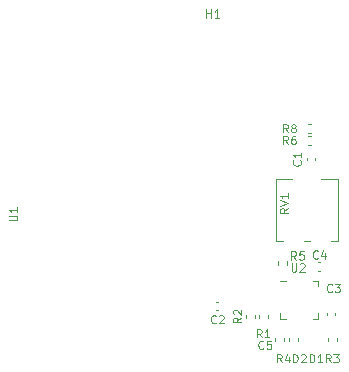
<source format=gto>
%TF.GenerationSoftware,KiCad,Pcbnew,6.0.11-3.fc37*%
%TF.CreationDate,2023-03-29T00:48:19+01:00*%
%TF.ProjectId,nRF,6e52462e-6b69-4636-9164-5f7063625858,1*%
%TF.SameCoordinates,Original*%
%TF.FileFunction,Legend,Top*%
%TF.FilePolarity,Positive*%
%FSLAX46Y46*%
G04 Gerber Fmt 4.6, Leading zero omitted, Abs format (unit mm)*
G04 Created by KiCad (PCBNEW 6.0.11-3.fc37) date 2023-03-29 00:48:19*
%MOMM*%
%LPD*%
G01*
G04 APERTURE LIST*
%ADD10C,0.120000*%
%ADD11C,0.100000*%
G04 APERTURE END LIST*
D10*
%TO.C,R5*%
X41848333Y-35631666D02*
X41615000Y-35298333D01*
X41448333Y-35631666D02*
X41448333Y-34931666D01*
X41715000Y-34931666D01*
X41781666Y-34965000D01*
X41815000Y-34998333D01*
X41848333Y-35065000D01*
X41848333Y-35165000D01*
X41815000Y-35231666D01*
X41781666Y-35265000D01*
X41715000Y-35298333D01*
X41448333Y-35298333D01*
X42481666Y-34931666D02*
X42148333Y-34931666D01*
X42115000Y-35265000D01*
X42148333Y-35231666D01*
X42215000Y-35198333D01*
X42381666Y-35198333D01*
X42448333Y-35231666D01*
X42481666Y-35265000D01*
X42515000Y-35331666D01*
X42515000Y-35498333D01*
X42481666Y-35565000D01*
X42448333Y-35598333D01*
X42381666Y-35631666D01*
X42215000Y-35631666D01*
X42148333Y-35598333D01*
X42115000Y-35565000D01*
%TO.C,R3*%
X44778333Y-44341666D02*
X44545000Y-44008333D01*
X44378333Y-44341666D02*
X44378333Y-43641666D01*
X44645000Y-43641666D01*
X44711666Y-43675000D01*
X44745000Y-43708333D01*
X44778333Y-43775000D01*
X44778333Y-43875000D01*
X44745000Y-43941666D01*
X44711666Y-43975000D01*
X44645000Y-44008333D01*
X44378333Y-44008333D01*
X45011666Y-43641666D02*
X45445000Y-43641666D01*
X45211666Y-43908333D01*
X45311666Y-43908333D01*
X45378333Y-43941666D01*
X45411666Y-43975000D01*
X45445000Y-44041666D01*
X45445000Y-44208333D01*
X45411666Y-44275000D01*
X45378333Y-44308333D01*
X45311666Y-44341666D01*
X45111666Y-44341666D01*
X45045000Y-44308333D01*
X45011666Y-44275000D01*
%TO.C,R2*%
X37216666Y-40541666D02*
X36883333Y-40775000D01*
X37216666Y-40941666D02*
X36516666Y-40941666D01*
X36516666Y-40675000D01*
X36550000Y-40608333D01*
X36583333Y-40575000D01*
X36650000Y-40541666D01*
X36750000Y-40541666D01*
X36816666Y-40575000D01*
X36850000Y-40608333D01*
X36883333Y-40675000D01*
X36883333Y-40941666D01*
X36583333Y-40275000D02*
X36550000Y-40241666D01*
X36516666Y-40175000D01*
X36516666Y-40008333D01*
X36550000Y-39941666D01*
X36583333Y-39908333D01*
X36650000Y-39875000D01*
X36716666Y-39875000D01*
X36816666Y-39908333D01*
X37216666Y-40308333D01*
X37216666Y-39875000D01*
%TO.C,H1*%
X34241666Y-15141666D02*
X34241666Y-14441666D01*
X34241666Y-14775000D02*
X34641666Y-14775000D01*
X34641666Y-15141666D02*
X34641666Y-14441666D01*
X35341666Y-15141666D02*
X34941666Y-15141666D01*
X35141666Y-15141666D02*
X35141666Y-14441666D01*
X35075000Y-14541666D01*
X35008333Y-14608333D01*
X34941666Y-14641666D01*
%TO.C,D1*%
X42998333Y-44341666D02*
X42998333Y-43641666D01*
X43165000Y-43641666D01*
X43265000Y-43675000D01*
X43331666Y-43741666D01*
X43365000Y-43808333D01*
X43398333Y-43941666D01*
X43398333Y-44041666D01*
X43365000Y-44175000D01*
X43331666Y-44241666D01*
X43265000Y-44308333D01*
X43165000Y-44341666D01*
X42998333Y-44341666D01*
X44065000Y-44341666D02*
X43665000Y-44341666D01*
X43865000Y-44341666D02*
X43865000Y-43641666D01*
X43798333Y-43741666D01*
X43731666Y-43808333D01*
X43665000Y-43841666D01*
%TO.C,R6*%
X41158333Y-25866666D02*
X40925000Y-25533333D01*
X40758333Y-25866666D02*
X40758333Y-25166666D01*
X41025000Y-25166666D01*
X41091666Y-25200000D01*
X41125000Y-25233333D01*
X41158333Y-25300000D01*
X41158333Y-25400000D01*
X41125000Y-25466666D01*
X41091666Y-25500000D01*
X41025000Y-25533333D01*
X40758333Y-25533333D01*
X41758333Y-25166666D02*
X41625000Y-25166666D01*
X41558333Y-25200000D01*
X41525000Y-25233333D01*
X41458333Y-25333333D01*
X41425000Y-25466666D01*
X41425000Y-25733333D01*
X41458333Y-25800000D01*
X41491666Y-25833333D01*
X41558333Y-25866666D01*
X41691666Y-25866666D01*
X41758333Y-25833333D01*
X41791666Y-25800000D01*
X41825000Y-25733333D01*
X41825000Y-25566666D01*
X41791666Y-25500000D01*
X41758333Y-25466666D01*
X41691666Y-25433333D01*
X41558333Y-25433333D01*
X41491666Y-25466666D01*
X41458333Y-25500000D01*
X41425000Y-25566666D01*
%TO.C,D2*%
X41598333Y-44341666D02*
X41598333Y-43641666D01*
X41765000Y-43641666D01*
X41865000Y-43675000D01*
X41931666Y-43741666D01*
X41965000Y-43808333D01*
X41998333Y-43941666D01*
X41998333Y-44041666D01*
X41965000Y-44175000D01*
X41931666Y-44241666D01*
X41865000Y-44308333D01*
X41765000Y-44341666D01*
X41598333Y-44341666D01*
X42265000Y-43708333D02*
X42298333Y-43675000D01*
X42365000Y-43641666D01*
X42531666Y-43641666D01*
X42598333Y-43675000D01*
X42631666Y-43708333D01*
X42665000Y-43775000D01*
X42665000Y-43841666D01*
X42631666Y-43941666D01*
X42231666Y-44341666D01*
X42665000Y-44341666D01*
%TO.C,U2*%
X41461666Y-35961666D02*
X41461666Y-36528333D01*
X41495000Y-36595000D01*
X41528333Y-36628333D01*
X41595000Y-36661666D01*
X41728333Y-36661666D01*
X41795000Y-36628333D01*
X41828333Y-36595000D01*
X41861666Y-36528333D01*
X41861666Y-35961666D01*
X42161666Y-36028333D02*
X42195000Y-35995000D01*
X42261666Y-35961666D01*
X42428333Y-35961666D01*
X42495000Y-35995000D01*
X42528333Y-36028333D01*
X42561666Y-36095000D01*
X42561666Y-36161666D01*
X42528333Y-36261666D01*
X42128333Y-36661666D01*
X42561666Y-36661666D01*
%TO.C,R1*%
X38928333Y-42231666D02*
X38695000Y-41898333D01*
X38528333Y-42231666D02*
X38528333Y-41531666D01*
X38795000Y-41531666D01*
X38861666Y-41565000D01*
X38895000Y-41598333D01*
X38928333Y-41665000D01*
X38928333Y-41765000D01*
X38895000Y-41831666D01*
X38861666Y-41865000D01*
X38795000Y-41898333D01*
X38528333Y-41898333D01*
X39595000Y-42231666D02*
X39195000Y-42231666D01*
X39395000Y-42231666D02*
X39395000Y-41531666D01*
X39328333Y-41631666D01*
X39261666Y-41698333D01*
X39195000Y-41731666D01*
%TO.C,C5*%
X39087000Y-43130000D02*
X39053666Y-43163333D01*
X38953666Y-43196666D01*
X38887000Y-43196666D01*
X38787000Y-43163333D01*
X38720333Y-43096666D01*
X38687000Y-43030000D01*
X38653666Y-42896666D01*
X38653666Y-42796666D01*
X38687000Y-42663333D01*
X38720333Y-42596666D01*
X38787000Y-42530000D01*
X38887000Y-42496666D01*
X38953666Y-42496666D01*
X39053666Y-42530000D01*
X39087000Y-42563333D01*
X39720333Y-42496666D02*
X39387000Y-42496666D01*
X39353666Y-42830000D01*
X39387000Y-42796666D01*
X39453666Y-42763333D01*
X39620333Y-42763333D01*
X39687000Y-42796666D01*
X39720333Y-42830000D01*
X39753666Y-42896666D01*
X39753666Y-43063333D01*
X39720333Y-43130000D01*
X39687000Y-43163333D01*
X39620333Y-43196666D01*
X39453666Y-43196666D01*
X39387000Y-43163333D01*
X39353666Y-43130000D01*
%TO.C,RV1*%
X41191666Y-31291666D02*
X40858333Y-31525000D01*
X41191666Y-31691666D02*
X40491666Y-31691666D01*
X40491666Y-31425000D01*
X40525000Y-31358333D01*
X40558333Y-31325000D01*
X40625000Y-31291666D01*
X40725000Y-31291666D01*
X40791666Y-31325000D01*
X40825000Y-31358333D01*
X40858333Y-31425000D01*
X40858333Y-31691666D01*
X40491666Y-31091666D02*
X41191666Y-30858333D01*
X40491666Y-30625000D01*
X41191666Y-30025000D02*
X41191666Y-30425000D01*
X41191666Y-30225000D02*
X40491666Y-30225000D01*
X40591666Y-30291666D01*
X40658333Y-30358333D01*
X40691666Y-30425000D01*
%TO.C,U1*%
X17541666Y-32318333D02*
X18108333Y-32318333D01*
X18175000Y-32285000D01*
X18208333Y-32251666D01*
X18241666Y-32185000D01*
X18241666Y-32051666D01*
X18208333Y-31985000D01*
X18175000Y-31951666D01*
X18108333Y-31918333D01*
X17541666Y-31918333D01*
X18241666Y-31218333D02*
X18241666Y-31618333D01*
X18241666Y-31418333D02*
X17541666Y-31418333D01*
X17641666Y-31485000D01*
X17708333Y-31551666D01*
X17741666Y-31618333D01*
%TO.C,C4*%
X43698333Y-35495000D02*
X43665000Y-35528333D01*
X43565000Y-35561666D01*
X43498333Y-35561666D01*
X43398333Y-35528333D01*
X43331666Y-35461666D01*
X43298333Y-35395000D01*
X43265000Y-35261666D01*
X43265000Y-35161666D01*
X43298333Y-35028333D01*
X43331666Y-34961666D01*
X43398333Y-34895000D01*
X43498333Y-34861666D01*
X43565000Y-34861666D01*
X43665000Y-34895000D01*
X43698333Y-34928333D01*
X44298333Y-35095000D02*
X44298333Y-35561666D01*
X44131666Y-34828333D02*
X43965000Y-35328333D01*
X44398333Y-35328333D01*
%TO.C,R4*%
X40618333Y-44341666D02*
X40385000Y-44008333D01*
X40218333Y-44341666D02*
X40218333Y-43641666D01*
X40485000Y-43641666D01*
X40551666Y-43675000D01*
X40585000Y-43708333D01*
X40618333Y-43775000D01*
X40618333Y-43875000D01*
X40585000Y-43941666D01*
X40551666Y-43975000D01*
X40485000Y-44008333D01*
X40218333Y-44008333D01*
X41218333Y-43875000D02*
X41218333Y-44341666D01*
X41051666Y-43608333D02*
X40885000Y-44108333D01*
X41318333Y-44108333D01*
%TO.C,R8*%
X41158333Y-24866666D02*
X40925000Y-24533333D01*
X40758333Y-24866666D02*
X40758333Y-24166666D01*
X41025000Y-24166666D01*
X41091666Y-24200000D01*
X41125000Y-24233333D01*
X41158333Y-24300000D01*
X41158333Y-24400000D01*
X41125000Y-24466666D01*
X41091666Y-24500000D01*
X41025000Y-24533333D01*
X40758333Y-24533333D01*
X41558333Y-24466666D02*
X41491666Y-24433333D01*
X41458333Y-24400000D01*
X41425000Y-24333333D01*
X41425000Y-24300000D01*
X41458333Y-24233333D01*
X41491666Y-24200000D01*
X41558333Y-24166666D01*
X41691666Y-24166666D01*
X41758333Y-24200000D01*
X41791666Y-24233333D01*
X41825000Y-24300000D01*
X41825000Y-24333333D01*
X41791666Y-24400000D01*
X41758333Y-24433333D01*
X41691666Y-24466666D01*
X41558333Y-24466666D01*
X41491666Y-24500000D01*
X41458333Y-24533333D01*
X41425000Y-24600000D01*
X41425000Y-24733333D01*
X41458333Y-24800000D01*
X41491666Y-24833333D01*
X41558333Y-24866666D01*
X41691666Y-24866666D01*
X41758333Y-24833333D01*
X41791666Y-24800000D01*
X41825000Y-24733333D01*
X41825000Y-24600000D01*
X41791666Y-24533333D01*
X41758333Y-24500000D01*
X41691666Y-24466666D01*
%TO.C,C3*%
X44883333Y-38325000D02*
X44850000Y-38358333D01*
X44750000Y-38391666D01*
X44683333Y-38391666D01*
X44583333Y-38358333D01*
X44516666Y-38291666D01*
X44483333Y-38225000D01*
X44450000Y-38091666D01*
X44450000Y-37991666D01*
X44483333Y-37858333D01*
X44516666Y-37791666D01*
X44583333Y-37725000D01*
X44683333Y-37691666D01*
X44750000Y-37691666D01*
X44850000Y-37725000D01*
X44883333Y-37758333D01*
X45116666Y-37691666D02*
X45550000Y-37691666D01*
X45316666Y-37958333D01*
X45416666Y-37958333D01*
X45483333Y-37991666D01*
X45516666Y-38025000D01*
X45550000Y-38091666D01*
X45550000Y-38258333D01*
X45516666Y-38325000D01*
X45483333Y-38358333D01*
X45416666Y-38391666D01*
X45216666Y-38391666D01*
X45150000Y-38358333D01*
X45116666Y-38325000D01*
%TO.C,C1*%
X42190000Y-27236666D02*
X42223333Y-27270000D01*
X42256666Y-27370000D01*
X42256666Y-27436666D01*
X42223333Y-27536666D01*
X42156666Y-27603333D01*
X42090000Y-27636666D01*
X41956666Y-27670000D01*
X41856666Y-27670000D01*
X41723333Y-27636666D01*
X41656666Y-27603333D01*
X41590000Y-27536666D01*
X41556666Y-27436666D01*
X41556666Y-27370000D01*
X41590000Y-27270000D01*
X41623333Y-27236666D01*
X42256666Y-26570000D02*
X42256666Y-26970000D01*
X42256666Y-26770000D02*
X41556666Y-26770000D01*
X41656666Y-26836666D01*
X41723333Y-26903333D01*
X41756666Y-26970000D01*
%TO.C,C2*%
X35058333Y-40975000D02*
X35025000Y-41008333D01*
X34925000Y-41041666D01*
X34858333Y-41041666D01*
X34758333Y-41008333D01*
X34691666Y-40941666D01*
X34658333Y-40875000D01*
X34625000Y-40741666D01*
X34625000Y-40641666D01*
X34658333Y-40508333D01*
X34691666Y-40441666D01*
X34758333Y-40375000D01*
X34858333Y-40341666D01*
X34925000Y-40341666D01*
X35025000Y-40375000D01*
X35058333Y-40408333D01*
X35325000Y-40408333D02*
X35358333Y-40375000D01*
X35425000Y-40341666D01*
X35591666Y-40341666D01*
X35658333Y-40375000D01*
X35691666Y-40408333D01*
X35725000Y-40475000D01*
X35725000Y-40541666D01*
X35691666Y-40641666D01*
X35291666Y-41041666D01*
X35725000Y-41041666D01*
%TO.C,R5*%
X40325000Y-35761359D02*
X40325000Y-36068641D01*
X41085000Y-35761359D02*
X41085000Y-36068641D01*
%TO.C,R3*%
X45275000Y-42251359D02*
X45275000Y-42558641D01*
X44515000Y-42251359D02*
X44515000Y-42558641D01*
%TO.C,R2*%
X38380000Y-40286359D02*
X38380000Y-40593641D01*
X37620000Y-40286359D02*
X37620000Y-40593641D01*
D11*
%TO.C,D1*%
X43865000Y-41325000D02*
G75*
G03*
X43865000Y-41325000I-50000J0D01*
G01*
D10*
%TO.C,R6*%
X42892163Y-25915000D02*
X43107835Y-25915000D01*
X42892163Y-25195000D02*
X43107835Y-25195000D01*
D11*
%TO.C,D2*%
X42765000Y-41325000D02*
G75*
G03*
X42765000Y-41325000I-50000J0D01*
G01*
D10*
%TO.C,U2*%
X43725000Y-40635000D02*
X43725000Y-40160000D01*
X43725000Y-37415000D02*
X43725000Y-37890000D01*
X40980000Y-40635000D02*
X40505000Y-40635000D01*
X43250000Y-40635000D02*
X43725000Y-40635000D01*
X40980000Y-37415000D02*
X40505000Y-37415000D01*
X40505000Y-40635000D02*
X40505000Y-40160000D01*
X43250000Y-37415000D02*
X43725000Y-37415000D01*
%TO.C,R1*%
X38670000Y-40593641D02*
X38670000Y-40286359D01*
X39430000Y-40593641D02*
X39430000Y-40286359D01*
%TO.C,C5*%
X40795000Y-42307164D02*
X40795000Y-42522836D01*
X40075000Y-42307164D02*
X40075000Y-42522836D01*
%TO.C,RV1*%
X45365000Y-34055000D02*
X44784000Y-34055000D01*
X45365000Y-28815000D02*
X45365000Y-34055000D01*
X45365000Y-28815000D02*
X43985000Y-28815000D01*
X41505000Y-28815000D02*
X40125000Y-28815000D01*
X40125000Y-28815000D02*
X40125000Y-34055000D01*
X43005000Y-34055000D02*
X42485000Y-34055000D01*
X40705000Y-34055000D02*
X40125000Y-34055000D01*
%TO.C,C4*%
X43687163Y-35865000D02*
X43902835Y-35865000D01*
X43687163Y-36585000D02*
X43902835Y-36585000D01*
%TO.C,R4*%
X41255000Y-42261359D02*
X41255000Y-42568641D01*
X42015000Y-42261359D02*
X42015000Y-42568641D01*
%TO.C,R8*%
X42892164Y-24910000D02*
X43107836Y-24910000D01*
X42892164Y-24190000D02*
X43107836Y-24190000D01*
%TO.C,C3*%
X44455000Y-40147164D02*
X44455000Y-40362836D01*
X45175000Y-40147164D02*
X45175000Y-40362836D01*
%TO.C,C1*%
X43460000Y-27227836D02*
X43460000Y-27012164D01*
X42740000Y-27227836D02*
X42740000Y-27012164D01*
%TO.C,C2*%
X35257836Y-39215000D02*
X35042164Y-39215000D01*
X35257836Y-39935000D02*
X35042164Y-39935000D01*
%TD*%
M02*

</source>
